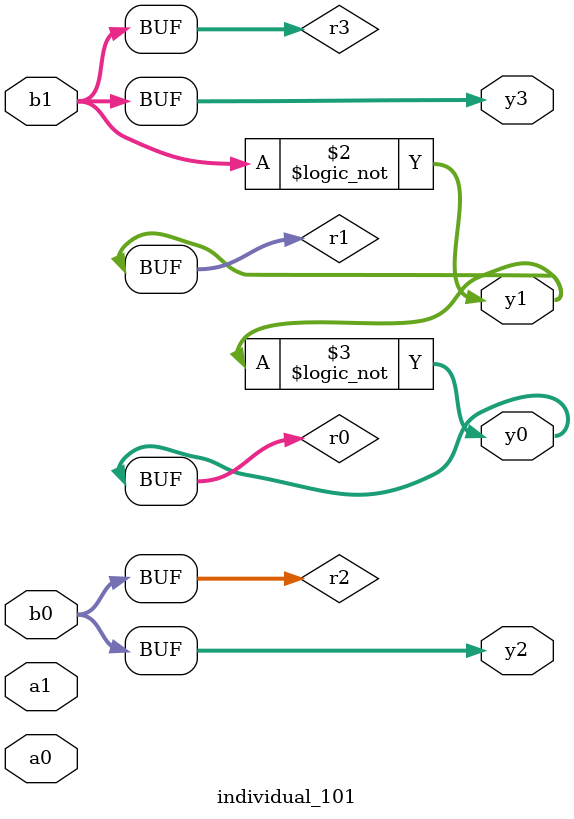
<source format=sv>
module individual_101(input logic [15:0] a1, input logic [15:0] a0, input logic [15:0] b1, input logic [15:0] b0, output logic [15:0] y3, output logic [15:0] y2, output logic [15:0] y1, output logic [15:0] y0);
logic [15:0] r0, r1, r2, r3; 
 always@(*) begin 
	 r0 = a0; r1 = a1; r2 = b0; r3 = b1; 
 	 r1 = ! r3 ;
 	 r0 = ! r1 ;
 	 y3 = r3; y2 = r2; y1 = r1; y0 = r0; 
end
endmodule
</source>
